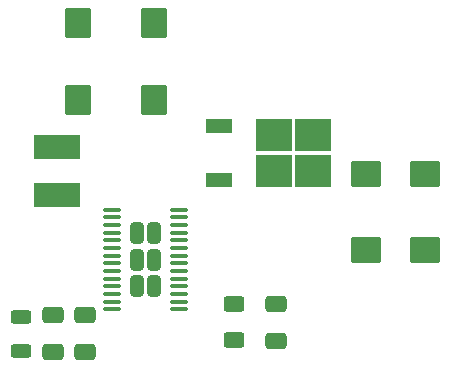
<source format=gbr>
%TF.GenerationSoftware,KiCad,Pcbnew,(5.99.0-12550-g77f47b6e47)*%
%TF.CreationDate,2021-11-06T20:02:57+00:00*%
%TF.ProjectId,max1709,6d617831-3730-4392-9e6b-696361645f70,rev?*%
%TF.SameCoordinates,Original*%
%TF.FileFunction,Paste,Top*%
%TF.FilePolarity,Positive*%
%FSLAX46Y46*%
G04 Gerber Fmt 4.6, Leading zero omitted, Abs format (unit mm)*
G04 Created by KiCad (PCBNEW (5.99.0-12550-g77f47b6e47)) date 2021-11-06 20:02:57*
%MOMM*%
%LPD*%
G01*
G04 APERTURE LIST*
G04 Aperture macros list*
%AMRoundRect*
0 Rectangle with rounded corners*
0 $1 Rounding radius*
0 $2 $3 $4 $5 $6 $7 $8 $9 X,Y pos of 4 corners*
0 Add a 4 corners polygon primitive as box body*
4,1,4,$2,$3,$4,$5,$6,$7,$8,$9,$2,$3,0*
0 Add four circle primitives for the rounded corners*
1,1,$1+$1,$2,$3*
1,1,$1+$1,$4,$5*
1,1,$1+$1,$6,$7*
1,1,$1+$1,$8,$9*
0 Add four rect primitives between the rounded corners*
20,1,$1+$1,$2,$3,$4,$5,0*
20,1,$1+$1,$4,$5,$6,$7,0*
20,1,$1+$1,$6,$7,$8,$9,0*
20,1,$1+$1,$8,$9,$2,$3,0*%
G04 Aperture macros list end*
%ADD10R,2.200000X1.200000*%
%ADD11R,3.050000X2.750000*%
%ADD12R,4.000000X2.000000*%
%ADD13RoundRect,0.100000X-0.637500X-0.100000X0.637500X-0.100000X0.637500X0.100000X-0.637500X0.100000X0*%
%ADD14RoundRect,0.250000X-0.325000X-0.650000X0.325000X-0.650000X0.325000X0.650000X-0.325000X0.650000X0*%
%ADD15RoundRect,0.250000X-0.625000X0.400000X-0.625000X-0.400000X0.625000X-0.400000X0.625000X0.400000X0*%
%ADD16RoundRect,0.250000X-0.625000X0.312500X-0.625000X-0.312500X0.625000X-0.312500X0.625000X0.312500X0*%
%ADD17RoundRect,0.250000X-0.875000X-1.025000X0.875000X-1.025000X0.875000X1.025000X-0.875000X1.025000X0*%
%ADD18RoundRect,0.250000X-1.025000X0.875000X-1.025000X-0.875000X1.025000X-0.875000X1.025000X0.875000X0*%
%ADD19RoundRect,0.250000X-0.650000X0.412500X-0.650000X-0.412500X0.650000X-0.412500X0.650000X0.412500X0*%
G04 APERTURE END LIST*
D10*
%TO.C,D1*%
X225950000Y-117220000D03*
X225950000Y-121780000D03*
D11*
X233925000Y-121025000D03*
X230575000Y-117975000D03*
X233925000Y-117975000D03*
X230575000Y-121025000D03*
%TD*%
D12*
%TO.C,L1*%
X212250000Y-118950000D03*
X212250000Y-123050000D03*
%TD*%
D13*
%TO.C,U1*%
X216887500Y-124275000D03*
X216887500Y-124925000D03*
X216887500Y-125575000D03*
X216887500Y-126225000D03*
X216887500Y-126875000D03*
X216887500Y-127525000D03*
X216887500Y-128175000D03*
X216887500Y-128825000D03*
X216887500Y-129475000D03*
X216887500Y-130125000D03*
X216887500Y-130775000D03*
X216887500Y-131425000D03*
X216887500Y-132075000D03*
X216887500Y-132725000D03*
X222612500Y-132725000D03*
X222612500Y-132075000D03*
X222612500Y-131425000D03*
X222612500Y-130775000D03*
X222612500Y-130125000D03*
X222612500Y-129475000D03*
X222612500Y-128825000D03*
X222612500Y-128175000D03*
X222612500Y-127525000D03*
X222612500Y-126875000D03*
X222612500Y-126225000D03*
X222612500Y-125575000D03*
X222612500Y-124925000D03*
X222612500Y-124275000D03*
D14*
X219040000Y-126270000D03*
X219040000Y-128500000D03*
X219040000Y-130730000D03*
X220460000Y-126270000D03*
X220460000Y-128500000D03*
X220460000Y-130730000D03*
%TD*%
D15*
%TO.C,R2*%
X227200000Y-135350000D03*
X227200000Y-132250000D03*
%TD*%
D16*
%TO.C,R1*%
X209200000Y-133337500D03*
X209200000Y-136262500D03*
%TD*%
D17*
%TO.C,C7*%
X220450000Y-115000000D03*
X214050000Y-115000000D03*
%TD*%
%TO.C,C6*%
X220450000Y-108500000D03*
X214050000Y-108500000D03*
%TD*%
D18*
%TO.C,C5*%
X243400000Y-127700000D03*
X243400000Y-121300000D03*
%TD*%
D19*
%TO.C,C4*%
X230800000Y-135362500D03*
X230800000Y-132237500D03*
%TD*%
D18*
%TO.C,C3*%
X238400000Y-127700000D03*
X238400000Y-121300000D03*
%TD*%
D19*
%TO.C,C2*%
X214600000Y-136362500D03*
X214600000Y-133237500D03*
%TD*%
%TO.C,C1*%
X211900000Y-133237500D03*
X211900000Y-136362500D03*
%TD*%
M02*

</source>
